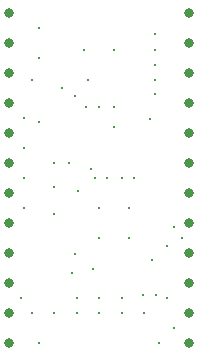
<source format=gbr>
%TF.GenerationSoftware,KiCad,Pcbnew,5.1.5-52549c5~84~ubuntu19.04.1*%
%TF.CreationDate,2020-02-22T14:57:01+00:00*%
%TF.ProjectId,ProMicro_SX1276,50726f4d-6963-4726-9f5f-535831323736,v1.0*%
%TF.SameCoordinates,Original*%
%TF.FileFunction,Plated,1,2,PTH,Drill*%
%TF.FilePolarity,Positive*%
%FSLAX46Y46*%
G04 Gerber Fmt 4.6, Leading zero omitted, Abs format (unit mm)*
G04 Created by KiCad (PCBNEW 5.1.5-52549c5~84~ubuntu19.04.1) date 2020-02-22 14:57:01*
%MOMM*%
%LPD*%
G04 APERTURE LIST*
%TA.AperFunction,ViaDrill*%
%ADD10C,0.200000*%
%TD*%
%TA.AperFunction,ViaDrill*%
%ADD11C,0.300000*%
%TD*%
%TA.AperFunction,ComponentDrill*%
%ADD12C,0.800000*%
%TD*%
G04 APERTURE END LIST*
D10*
X193040000Y-98171000D03*
X194310000Y-103632000D03*
X195808406Y-110972406D03*
X196024500Y-109347000D03*
X197431800Y-102085000D03*
X197612000Y-110617000D03*
X197764400Y-102870000D03*
X198755000Y-102870000D03*
X199390000Y-98552000D03*
X200025000Y-102870000D03*
X201036216Y-102849384D03*
X204470000Y-107061000D03*
D11*
X191516000Y-113030000D03*
X191770000Y-97790000D03*
X191770000Y-100330000D03*
X191770000Y-102870000D03*
X191770000Y-105410000D03*
X192405000Y-94615000D03*
X192405000Y-114300000D03*
X193040000Y-90170000D03*
X193040000Y-92710000D03*
X193040000Y-116840000D03*
X194310000Y-101600000D03*
X194310000Y-105918000D03*
X194310000Y-114300000D03*
X194945000Y-95250000D03*
X195580000Y-101600000D03*
X196062600Y-95948500D03*
X196215000Y-113030000D03*
X196215000Y-114300000D03*
X196278500Y-103949500D03*
X196850000Y-92075000D03*
X196977000Y-96901000D03*
X197167500Y-94615000D03*
X198120000Y-96901000D03*
X198120000Y-105410000D03*
X198120000Y-107950000D03*
X198120000Y-113030000D03*
X198120000Y-114300000D03*
X199390000Y-92075000D03*
X199390000Y-96901000D03*
X200025000Y-113030000D03*
X200025000Y-114300000D03*
X200660000Y-105410000D03*
X200660000Y-107950000D03*
X201803000Y-112776000D03*
X201930000Y-114300000D03*
X202438000Y-97917000D03*
X202565000Y-109855000D03*
X202819000Y-90678000D03*
X202819000Y-92075000D03*
X202819000Y-93345000D03*
X202819000Y-94615000D03*
X202819000Y-95758000D03*
X202946000Y-112776000D03*
X203200000Y-116840000D03*
X203835000Y-108648500D03*
X203835000Y-113030000D03*
X204470000Y-115570000D03*
X205105000Y-107950000D03*
D12*
%TO.C,A1*%
X190500000Y-88900000D03*
X190500000Y-91440000D03*
X190500000Y-93980000D03*
X190500000Y-96520000D03*
X190500000Y-99060000D03*
X190500000Y-101600000D03*
X190500000Y-104140000D03*
X190500000Y-106680000D03*
X190500000Y-109220000D03*
X190500000Y-111760000D03*
X190500000Y-114300000D03*
X190500000Y-116840000D03*
X205740000Y-88900000D03*
X205740000Y-91440000D03*
X205740000Y-93980000D03*
X205740000Y-96520000D03*
X205740000Y-99060000D03*
X205740000Y-101600000D03*
X205740000Y-104140000D03*
X205740000Y-106680000D03*
X205740000Y-109220000D03*
X205740000Y-111760000D03*
X205740000Y-114300000D03*
X205740000Y-116840000D03*
M02*

</source>
